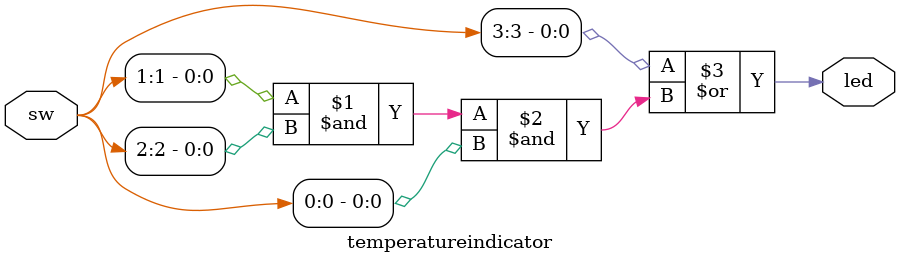
<source format=v>
`timescale 1ns / 1ps

//This task is modified because it is hard for the beginners at logic design and verilog coding.
//So we reduced the bits 8 to 4 and we also ignored floating points. The led illuminates if the number entered from switches is 7 or 8.
module temperatureindicator(

input [3:0] sw,
output led

    );
//sw[0}=A
//sw[1]=B
//sw[2]=C
//sw[3]=D   
assign led= (sw[3]) | (sw[1]&sw[2]&sw[0]);    
endmodule

</source>
